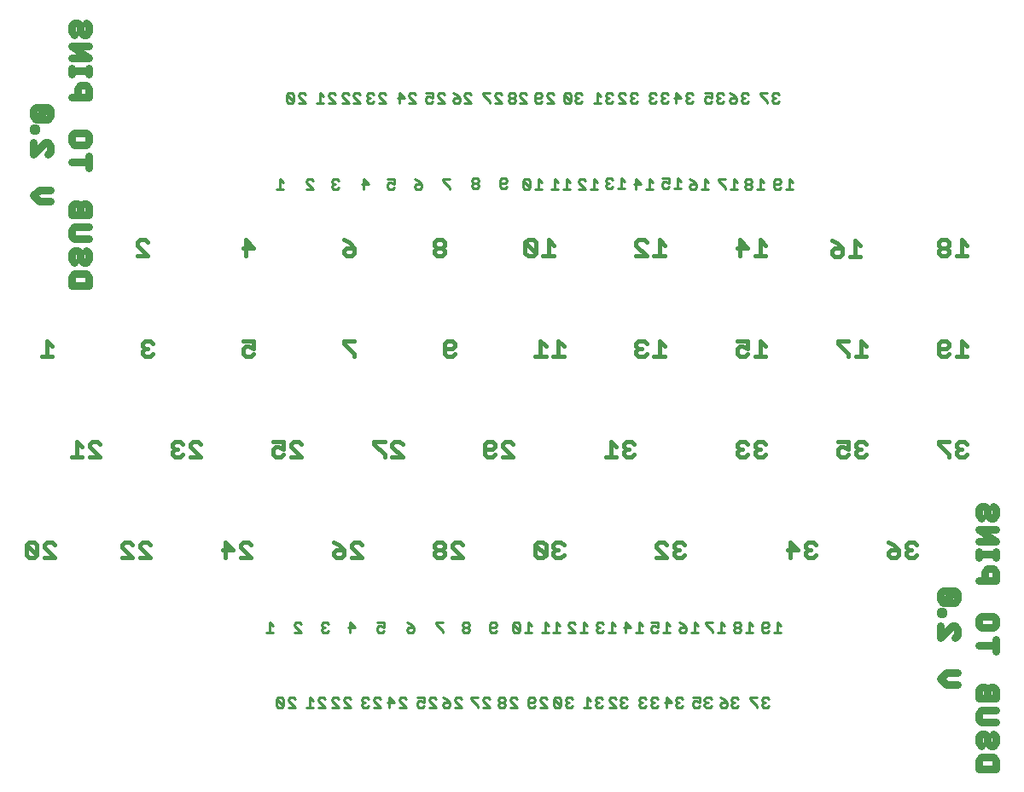
<source format=gbo>
G75*
%MOIN*%
%OFA0B0*%
%FSLAX25Y25*%
%IPPOS*%
%LPD*%
%AMOC8*
5,1,8,0,0,1.08239X$1,22.5*
%
%ADD10C,0.01000*%
%ADD11C,0.01500*%
%ADD12C,0.03100*%
D10*
X0577022Y0082387D02*
X0579691Y0082387D01*
X0578357Y0082387D02*
X0578357Y0086390D01*
X0579691Y0085056D01*
X0588046Y0085056D02*
X0588046Y0085723D01*
X0588713Y0086390D01*
X0590048Y0086390D01*
X0590715Y0085723D01*
X0588046Y0085056D02*
X0590715Y0082387D01*
X0588046Y0082387D01*
X0598676Y0083054D02*
X0599343Y0082387D01*
X0600677Y0082387D01*
X0601345Y0083054D01*
X0600010Y0084388D02*
X0599343Y0084388D01*
X0598676Y0083721D01*
X0598676Y0083054D01*
X0599343Y0084388D02*
X0598676Y0085056D01*
X0598676Y0085723D01*
X0599343Y0086390D01*
X0600677Y0086390D01*
X0601345Y0085723D01*
X0608912Y0084388D02*
X0611581Y0084388D01*
X0609579Y0086390D01*
X0609579Y0082387D01*
X0620329Y0083054D02*
X0620997Y0082387D01*
X0622331Y0082387D01*
X0622998Y0083054D01*
X0622998Y0084388D02*
X0621664Y0085056D01*
X0620997Y0085056D01*
X0620329Y0084388D01*
X0620329Y0083054D01*
X0622998Y0084388D02*
X0622998Y0086390D01*
X0620329Y0086390D01*
X0632140Y0086390D02*
X0633475Y0085723D01*
X0634809Y0084388D01*
X0632808Y0084388D01*
X0632140Y0083721D01*
X0632140Y0083054D01*
X0632808Y0082387D01*
X0634142Y0082387D01*
X0634809Y0083054D01*
X0634809Y0084388D01*
X0643164Y0085723D02*
X0645833Y0083054D01*
X0645833Y0082387D01*
X0645833Y0086390D02*
X0643164Y0086390D01*
X0643164Y0085723D01*
X0653794Y0085723D02*
X0653794Y0085056D01*
X0654461Y0084388D01*
X0655796Y0084388D01*
X0656463Y0085056D01*
X0656463Y0085723D01*
X0655796Y0086390D01*
X0654461Y0086390D01*
X0653794Y0085723D01*
X0654461Y0084388D02*
X0653794Y0083721D01*
X0653794Y0083054D01*
X0654461Y0082387D01*
X0655796Y0082387D01*
X0656463Y0083054D01*
X0656463Y0083721D01*
X0655796Y0084388D01*
X0664424Y0084388D02*
X0666426Y0084388D01*
X0667093Y0085056D01*
X0667093Y0085723D01*
X0666426Y0086390D01*
X0665091Y0086390D01*
X0664424Y0085723D01*
X0664424Y0083054D01*
X0665091Y0082387D01*
X0666426Y0082387D01*
X0667093Y0083054D01*
X0673479Y0083054D02*
X0674146Y0082387D01*
X0675481Y0082387D01*
X0676148Y0083054D01*
X0673479Y0085723D01*
X0673479Y0083054D01*
X0673479Y0085723D02*
X0674146Y0086390D01*
X0675481Y0086390D01*
X0676148Y0085723D01*
X0676148Y0083054D01*
X0678083Y0082387D02*
X0680752Y0082387D01*
X0679417Y0082387D02*
X0679417Y0086390D01*
X0680752Y0085056D01*
X0684503Y0082387D02*
X0687172Y0082387D01*
X0685837Y0082387D02*
X0685837Y0086390D01*
X0687172Y0085056D01*
X0689106Y0082387D02*
X0691775Y0082387D01*
X0690441Y0082387D02*
X0690441Y0086390D01*
X0691775Y0085056D01*
X0695132Y0085056D02*
X0695132Y0085723D01*
X0695800Y0086390D01*
X0697134Y0086390D01*
X0697801Y0085723D01*
X0695132Y0085056D02*
X0697801Y0082387D01*
X0695132Y0082387D01*
X0699736Y0082387D02*
X0702405Y0082387D01*
X0701071Y0082387D02*
X0701071Y0086390D01*
X0702405Y0085056D01*
X0706156Y0085056D02*
X0706823Y0084388D01*
X0706156Y0083721D01*
X0706156Y0083054D01*
X0706823Y0082387D01*
X0708158Y0082387D01*
X0708825Y0083054D01*
X0707491Y0084388D02*
X0706823Y0084388D01*
X0706156Y0085056D02*
X0706156Y0085723D01*
X0706823Y0086390D01*
X0708158Y0086390D01*
X0708825Y0085723D01*
X0712095Y0086390D02*
X0712095Y0082387D01*
X0713429Y0082387D02*
X0710760Y0082387D01*
X0713429Y0085056D02*
X0712095Y0086390D01*
X0716786Y0084388D02*
X0719455Y0084388D01*
X0717453Y0086390D01*
X0717453Y0082387D01*
X0721390Y0082387D02*
X0724059Y0082387D01*
X0722724Y0082387D02*
X0722724Y0086390D01*
X0724059Y0085056D01*
X0727416Y0084388D02*
X0727416Y0083054D01*
X0728083Y0082387D01*
X0729418Y0082387D01*
X0730085Y0083054D01*
X0730085Y0084388D02*
X0728750Y0085056D01*
X0728083Y0085056D01*
X0727416Y0084388D01*
X0727416Y0086390D02*
X0730085Y0086390D01*
X0730085Y0084388D01*
X0732020Y0082387D02*
X0734689Y0082387D01*
X0733354Y0082387D02*
X0733354Y0086390D01*
X0734689Y0085056D01*
X0738440Y0086390D02*
X0739774Y0085723D01*
X0741109Y0084388D01*
X0739107Y0084388D01*
X0738440Y0083721D01*
X0738440Y0083054D01*
X0739107Y0082387D01*
X0740441Y0082387D01*
X0741109Y0083054D01*
X0741109Y0084388D01*
X0743044Y0082387D02*
X0745712Y0082387D01*
X0744378Y0082387D02*
X0744378Y0086390D01*
X0745712Y0085056D01*
X0748676Y0085723D02*
X0751345Y0083054D01*
X0751345Y0082387D01*
X0753280Y0082387D02*
X0755949Y0082387D01*
X0754614Y0082387D02*
X0754614Y0086390D01*
X0755949Y0085056D01*
X0759699Y0085056D02*
X0760367Y0084388D01*
X0761701Y0084388D01*
X0762368Y0085056D01*
X0762368Y0085723D01*
X0761701Y0086390D01*
X0760367Y0086390D01*
X0759699Y0085723D01*
X0759699Y0085056D01*
X0760367Y0084388D02*
X0759699Y0083721D01*
X0759699Y0083054D01*
X0760367Y0082387D01*
X0761701Y0082387D01*
X0762368Y0083054D01*
X0762368Y0083721D01*
X0761701Y0084388D01*
X0764303Y0082387D02*
X0766972Y0082387D01*
X0765638Y0082387D02*
X0765638Y0086390D01*
X0766972Y0085056D01*
X0770723Y0085723D02*
X0770723Y0083054D01*
X0771390Y0082387D01*
X0772725Y0082387D01*
X0773392Y0083054D01*
X0772725Y0084388D02*
X0770723Y0084388D01*
X0770723Y0085723D02*
X0771390Y0086390D01*
X0772725Y0086390D01*
X0773392Y0085723D01*
X0773392Y0085056D01*
X0772725Y0084388D01*
X0775327Y0082387D02*
X0777996Y0082387D01*
X0776661Y0082387D02*
X0776661Y0086390D01*
X0777996Y0085056D01*
X0751345Y0086390D02*
X0748676Y0086390D01*
X0748676Y0085723D01*
X0748829Y0056862D02*
X0748162Y0056195D01*
X0748162Y0055528D01*
X0748829Y0054861D01*
X0748162Y0054194D01*
X0748162Y0053526D01*
X0748829Y0052859D01*
X0750163Y0052859D01*
X0750831Y0053526D01*
X0749496Y0054861D02*
X0748829Y0054861D01*
X0748829Y0056862D02*
X0750163Y0056862D01*
X0750831Y0056195D01*
X0754188Y0056862D02*
X0755522Y0056195D01*
X0756857Y0054861D01*
X0754855Y0054861D01*
X0754188Y0054194D01*
X0754188Y0053526D01*
X0754855Y0052859D01*
X0756189Y0052859D01*
X0756857Y0053526D01*
X0756857Y0054861D01*
X0758792Y0055528D02*
X0759459Y0054861D01*
X0758792Y0054194D01*
X0758792Y0053526D01*
X0759459Y0052859D01*
X0760793Y0052859D01*
X0761460Y0053526D01*
X0760126Y0054861D02*
X0759459Y0054861D01*
X0758792Y0055528D02*
X0758792Y0056195D01*
X0759459Y0056862D01*
X0760793Y0056862D01*
X0761460Y0056195D01*
X0765999Y0056195D02*
X0768668Y0053526D01*
X0768668Y0052859D01*
X0770603Y0053526D02*
X0771270Y0052859D01*
X0772604Y0052859D01*
X0773272Y0053526D01*
X0771937Y0054861D02*
X0771270Y0054861D01*
X0770603Y0054194D01*
X0770603Y0053526D01*
X0771270Y0054861D02*
X0770603Y0055528D01*
X0770603Y0056195D01*
X0771270Y0056862D01*
X0772604Y0056862D01*
X0773272Y0056195D01*
X0768668Y0056862D02*
X0765999Y0056862D01*
X0765999Y0056195D01*
X0746227Y0056862D02*
X0746227Y0054861D01*
X0744892Y0055528D01*
X0744225Y0055528D01*
X0743558Y0054861D01*
X0743558Y0053526D01*
X0744225Y0052859D01*
X0745559Y0052859D01*
X0746227Y0053526D01*
X0746227Y0056862D02*
X0743558Y0056862D01*
X0739807Y0056195D02*
X0739140Y0056862D01*
X0737805Y0056862D01*
X0737138Y0056195D01*
X0737138Y0055528D01*
X0737805Y0054861D01*
X0737138Y0054194D01*
X0737138Y0053526D01*
X0737805Y0052859D01*
X0739140Y0052859D01*
X0739807Y0053526D01*
X0738472Y0054861D02*
X0737805Y0054861D01*
X0735203Y0054861D02*
X0732534Y0054861D01*
X0733201Y0056862D02*
X0735203Y0054861D01*
X0733201Y0056862D02*
X0733201Y0052859D01*
X0729964Y0053526D02*
X0729297Y0052859D01*
X0727963Y0052859D01*
X0727295Y0053526D01*
X0727295Y0054194D01*
X0727963Y0054861D01*
X0728630Y0054861D01*
X0727963Y0054861D02*
X0727295Y0055528D01*
X0727295Y0056195D01*
X0727963Y0056862D01*
X0729297Y0056862D01*
X0729964Y0056195D01*
X0725360Y0056195D02*
X0724693Y0056862D01*
X0723359Y0056862D01*
X0722692Y0056195D01*
X0722692Y0055528D01*
X0723359Y0054861D01*
X0722692Y0054194D01*
X0722692Y0053526D01*
X0723359Y0052859D01*
X0724693Y0052859D01*
X0725360Y0053526D01*
X0724026Y0054861D02*
X0723359Y0054861D01*
X0718153Y0056195D02*
X0717486Y0056862D01*
X0716152Y0056862D01*
X0715484Y0056195D01*
X0715484Y0055528D01*
X0716152Y0054861D01*
X0715484Y0054194D01*
X0715484Y0053526D01*
X0716152Y0052859D01*
X0717486Y0052859D01*
X0718153Y0053526D01*
X0716819Y0054861D02*
X0716152Y0054861D01*
X0713549Y0056195D02*
X0712882Y0056862D01*
X0711548Y0056862D01*
X0710881Y0056195D01*
X0710881Y0055528D01*
X0713549Y0052859D01*
X0710881Y0052859D01*
X0708311Y0053526D02*
X0707644Y0052859D01*
X0706309Y0052859D01*
X0705642Y0053526D01*
X0705642Y0054194D01*
X0706309Y0054861D01*
X0706976Y0054861D01*
X0706309Y0054861D02*
X0705642Y0055528D01*
X0705642Y0056195D01*
X0706309Y0056862D01*
X0707644Y0056862D01*
X0708311Y0056195D01*
X0703707Y0055528D02*
X0702372Y0056862D01*
X0702372Y0052859D01*
X0701038Y0052859D02*
X0703707Y0052859D01*
X0696500Y0053526D02*
X0695833Y0052859D01*
X0694498Y0052859D01*
X0693831Y0053526D01*
X0693831Y0054194D01*
X0694498Y0054861D01*
X0695165Y0054861D01*
X0694498Y0054861D02*
X0693831Y0055528D01*
X0693831Y0056195D01*
X0694498Y0056862D01*
X0695833Y0056862D01*
X0696500Y0056195D01*
X0691896Y0056195D02*
X0691896Y0053526D01*
X0689227Y0056195D01*
X0689227Y0053526D01*
X0689894Y0052859D01*
X0691229Y0052859D01*
X0691896Y0053526D01*
X0691896Y0056195D02*
X0691229Y0056862D01*
X0689894Y0056862D01*
X0689227Y0056195D01*
X0686657Y0056195D02*
X0685990Y0056862D01*
X0684656Y0056862D01*
X0683988Y0056195D01*
X0683988Y0055528D01*
X0686657Y0052859D01*
X0683988Y0052859D01*
X0682053Y0053526D02*
X0681386Y0052859D01*
X0680052Y0052859D01*
X0679384Y0053526D01*
X0679384Y0056195D01*
X0680052Y0056862D01*
X0681386Y0056862D01*
X0682053Y0056195D01*
X0682053Y0055528D01*
X0681386Y0054861D01*
X0679384Y0054861D01*
X0674846Y0056195D02*
X0674179Y0056862D01*
X0672845Y0056862D01*
X0672177Y0056195D01*
X0672177Y0055528D01*
X0674846Y0052859D01*
X0672177Y0052859D01*
X0670242Y0053526D02*
X0670242Y0054194D01*
X0669575Y0054861D01*
X0668241Y0054861D01*
X0667573Y0054194D01*
X0667573Y0053526D01*
X0668241Y0052859D01*
X0669575Y0052859D01*
X0670242Y0053526D01*
X0669575Y0054861D02*
X0670242Y0055528D01*
X0670242Y0056195D01*
X0669575Y0056862D01*
X0668241Y0056862D01*
X0667573Y0056195D01*
X0667573Y0055528D01*
X0668241Y0054861D01*
X0664216Y0056195D02*
X0663549Y0056862D01*
X0662215Y0056862D01*
X0661547Y0056195D01*
X0661547Y0055528D01*
X0664216Y0052859D01*
X0661547Y0052859D01*
X0659612Y0052859D02*
X0659612Y0053526D01*
X0656944Y0056195D01*
X0656944Y0056862D01*
X0659612Y0056862D01*
X0653193Y0056195D02*
X0652526Y0056862D01*
X0651191Y0056862D01*
X0650524Y0056195D01*
X0650524Y0055528D01*
X0653193Y0052859D01*
X0650524Y0052859D01*
X0648589Y0053526D02*
X0648589Y0054861D01*
X0646587Y0054861D01*
X0645920Y0054194D01*
X0645920Y0053526D01*
X0646587Y0052859D01*
X0647922Y0052859D01*
X0648589Y0053526D01*
X0648589Y0054861D02*
X0647254Y0056195D01*
X0645920Y0056862D01*
X0643350Y0056195D02*
X0642683Y0056862D01*
X0641349Y0056862D01*
X0640681Y0056195D01*
X0640681Y0055528D01*
X0643350Y0052859D01*
X0640681Y0052859D01*
X0638746Y0053526D02*
X0638079Y0052859D01*
X0636745Y0052859D01*
X0636077Y0053526D01*
X0636077Y0054861D01*
X0636745Y0055528D01*
X0637412Y0055528D01*
X0638746Y0054861D01*
X0638746Y0056862D01*
X0636077Y0056862D01*
X0631539Y0056195D02*
X0630872Y0056862D01*
X0629538Y0056862D01*
X0628870Y0056195D01*
X0628870Y0055528D01*
X0631539Y0052859D01*
X0628870Y0052859D01*
X0626935Y0054861D02*
X0624266Y0054861D01*
X0624934Y0056862D02*
X0626935Y0054861D01*
X0624934Y0056862D02*
X0624934Y0052859D01*
X0621697Y0052859D02*
X0619028Y0055528D01*
X0619028Y0056195D01*
X0619695Y0056862D01*
X0621029Y0056862D01*
X0621697Y0056195D01*
X0621697Y0052859D02*
X0619028Y0052859D01*
X0617093Y0053526D02*
X0616426Y0052859D01*
X0615091Y0052859D01*
X0614424Y0053526D01*
X0614424Y0054194D01*
X0615091Y0054861D01*
X0615758Y0054861D01*
X0615091Y0054861D02*
X0614424Y0055528D01*
X0614424Y0056195D01*
X0615091Y0056862D01*
X0616426Y0056862D01*
X0617093Y0056195D01*
X0609886Y0056195D02*
X0609218Y0056862D01*
X0607884Y0056862D01*
X0607217Y0056195D01*
X0607217Y0055528D01*
X0609886Y0052859D01*
X0607217Y0052859D01*
X0605282Y0052859D02*
X0602613Y0055528D01*
X0602613Y0056195D01*
X0603280Y0056862D01*
X0604615Y0056862D01*
X0605282Y0056195D01*
X0605282Y0052859D02*
X0602613Y0052859D01*
X0600043Y0052859D02*
X0597374Y0055528D01*
X0597374Y0056195D01*
X0598041Y0056862D01*
X0599376Y0056862D01*
X0600043Y0056195D01*
X0600043Y0052859D02*
X0597374Y0052859D01*
X0595439Y0052859D02*
X0592770Y0052859D01*
X0594105Y0052859D02*
X0594105Y0056862D01*
X0595439Y0055528D01*
X0588232Y0056195D02*
X0587565Y0056862D01*
X0586230Y0056862D01*
X0585563Y0056195D01*
X0585563Y0055528D01*
X0588232Y0052859D01*
X0585563Y0052859D01*
X0583628Y0053526D02*
X0580959Y0056195D01*
X0580959Y0053526D01*
X0581627Y0052859D01*
X0582961Y0052859D01*
X0583628Y0053526D01*
X0583628Y0056195D01*
X0582961Y0056862D01*
X0581627Y0056862D01*
X0580959Y0056195D01*
X0580959Y0255615D02*
X0583628Y0255615D01*
X0582294Y0255615D02*
X0582294Y0259618D01*
X0583628Y0258284D01*
X0592770Y0258284D02*
X0592770Y0258951D01*
X0593438Y0259618D01*
X0594772Y0259618D01*
X0595439Y0258951D01*
X0592770Y0258284D02*
X0595439Y0255615D01*
X0592770Y0255615D01*
X0602613Y0256282D02*
X0603280Y0255615D01*
X0604615Y0255615D01*
X0605282Y0256282D01*
X0603947Y0257617D02*
X0603280Y0257617D01*
X0602613Y0256949D01*
X0602613Y0256282D01*
X0603280Y0257617D02*
X0602613Y0258284D01*
X0602613Y0258951D01*
X0603280Y0259618D01*
X0604615Y0259618D01*
X0605282Y0258951D01*
X0614424Y0257617D02*
X0617093Y0257617D01*
X0615091Y0259618D01*
X0615091Y0255615D01*
X0624266Y0256282D02*
X0624934Y0255615D01*
X0626268Y0255615D01*
X0626935Y0256282D01*
X0626935Y0257617D02*
X0625601Y0258284D01*
X0624934Y0258284D01*
X0624266Y0257617D01*
X0624266Y0256282D01*
X0626935Y0257617D02*
X0626935Y0259618D01*
X0624266Y0259618D01*
X0634896Y0259618D02*
X0636231Y0258951D01*
X0637565Y0257617D01*
X0635563Y0257617D01*
X0634896Y0256949D01*
X0634896Y0256282D01*
X0635563Y0255615D01*
X0636898Y0255615D01*
X0637565Y0256282D01*
X0637565Y0257617D01*
X0645920Y0258951D02*
X0648589Y0256282D01*
X0648589Y0255615D01*
X0648589Y0259618D02*
X0645920Y0259618D01*
X0645920Y0258951D01*
X0657337Y0258678D02*
X0658004Y0258010D01*
X0659339Y0258010D01*
X0660006Y0258678D01*
X0660006Y0259345D01*
X0659339Y0260012D01*
X0658004Y0260012D01*
X0657337Y0259345D01*
X0657337Y0258678D01*
X0658004Y0258010D02*
X0657337Y0257343D01*
X0657337Y0256676D01*
X0658004Y0256009D01*
X0659339Y0256009D01*
X0660006Y0256676D01*
X0660006Y0257343D01*
X0659339Y0258010D01*
X0668361Y0258010D02*
X0670363Y0258010D01*
X0671030Y0258678D01*
X0671030Y0259345D01*
X0670363Y0260012D01*
X0669028Y0260012D01*
X0668361Y0259345D01*
X0668361Y0256676D01*
X0669028Y0256009D01*
X0670363Y0256009D01*
X0671030Y0256676D01*
X0677416Y0256282D02*
X0678083Y0255615D01*
X0679418Y0255615D01*
X0680085Y0256282D01*
X0677416Y0258951D01*
X0677416Y0256282D01*
X0680085Y0256282D02*
X0680085Y0258951D01*
X0679418Y0259618D01*
X0678083Y0259618D01*
X0677416Y0258951D01*
X0682020Y0255615D02*
X0684689Y0255615D01*
X0683354Y0255615D02*
X0683354Y0259618D01*
X0684689Y0258284D01*
X0688440Y0255615D02*
X0691109Y0255615D01*
X0689774Y0255615D02*
X0689774Y0259618D01*
X0691109Y0258284D01*
X0693044Y0255615D02*
X0695712Y0255615D01*
X0694378Y0255615D02*
X0694378Y0259618D01*
X0695712Y0258284D01*
X0699070Y0258284D02*
X0699070Y0258951D01*
X0699737Y0259618D01*
X0701071Y0259618D01*
X0701738Y0258951D01*
X0699070Y0258284D02*
X0701738Y0255615D01*
X0699070Y0255615D01*
X0703673Y0255615D02*
X0706342Y0255615D01*
X0705008Y0255615D02*
X0705008Y0259618D01*
X0706342Y0258284D01*
X0709699Y0258678D02*
X0710367Y0258010D01*
X0709699Y0257343D01*
X0709699Y0256676D01*
X0710367Y0256009D01*
X0711701Y0256009D01*
X0712368Y0256676D01*
X0711034Y0258010D02*
X0710367Y0258010D01*
X0709699Y0258678D02*
X0709699Y0259345D01*
X0710367Y0260012D01*
X0711701Y0260012D01*
X0712368Y0259345D01*
X0715638Y0260012D02*
X0715638Y0256009D01*
X0716972Y0256009D02*
X0714303Y0256009D01*
X0716972Y0258678D02*
X0715638Y0260012D01*
X0720723Y0257617D02*
X0723392Y0257617D01*
X0721390Y0259618D01*
X0721390Y0255615D01*
X0725327Y0255615D02*
X0727996Y0255615D01*
X0726661Y0255615D02*
X0726661Y0259618D01*
X0727996Y0258284D01*
X0731747Y0258010D02*
X0731747Y0256676D01*
X0732414Y0256009D01*
X0733748Y0256009D01*
X0734416Y0256676D01*
X0734416Y0258010D02*
X0733081Y0258678D01*
X0732414Y0258678D01*
X0731747Y0258010D01*
X0731747Y0260012D02*
X0734416Y0260012D01*
X0734416Y0258010D01*
X0736351Y0256009D02*
X0739020Y0256009D01*
X0737685Y0256009D02*
X0737685Y0260012D01*
X0739020Y0258678D01*
X0742377Y0259618D02*
X0743711Y0258951D01*
X0745046Y0257617D01*
X0743044Y0257617D01*
X0742377Y0256949D01*
X0742377Y0256282D01*
X0743044Y0255615D01*
X0744378Y0255615D01*
X0745046Y0256282D01*
X0745046Y0257617D01*
X0746981Y0255615D02*
X0749649Y0255615D01*
X0748315Y0255615D02*
X0748315Y0259618D01*
X0749649Y0258284D01*
X0753794Y0258951D02*
X0756463Y0256282D01*
X0756463Y0255615D01*
X0758398Y0255615D02*
X0761067Y0255615D01*
X0759732Y0255615D02*
X0759732Y0259618D01*
X0761067Y0258284D01*
X0764030Y0258284D02*
X0764697Y0257617D01*
X0766032Y0257617D01*
X0766699Y0258284D01*
X0766699Y0258951D01*
X0766032Y0259618D01*
X0764697Y0259618D01*
X0764030Y0258951D01*
X0764030Y0258284D01*
X0764697Y0257617D02*
X0764030Y0256949D01*
X0764030Y0256282D01*
X0764697Y0255615D01*
X0766032Y0255615D01*
X0766699Y0256282D01*
X0766699Y0256949D01*
X0766032Y0257617D01*
X0768634Y0255615D02*
X0771303Y0255615D01*
X0769969Y0255615D02*
X0769969Y0259618D01*
X0771303Y0258284D01*
X0775447Y0258951D02*
X0776115Y0259618D01*
X0777449Y0259618D01*
X0778116Y0258951D01*
X0778116Y0258284D01*
X0777449Y0257617D01*
X0775447Y0257617D01*
X0775447Y0258951D02*
X0775447Y0256282D01*
X0776115Y0255615D01*
X0777449Y0255615D01*
X0778116Y0256282D01*
X0780051Y0255615D02*
X0782720Y0255615D01*
X0781386Y0255615D02*
X0781386Y0259618D01*
X0782720Y0258284D01*
X0756463Y0259618D02*
X0753794Y0259618D01*
X0753794Y0258951D01*
X0753553Y0289080D02*
X0754888Y0289080D01*
X0755555Y0289747D01*
X0754220Y0291081D02*
X0753553Y0291081D01*
X0752886Y0290414D01*
X0752886Y0289747D01*
X0753553Y0289080D01*
X0753553Y0291081D02*
X0752886Y0291748D01*
X0752886Y0292416D01*
X0753553Y0293083D01*
X0754888Y0293083D01*
X0755555Y0292416D01*
X0758125Y0293083D02*
X0759459Y0292416D01*
X0760794Y0291081D01*
X0758792Y0291081D01*
X0758125Y0290414D01*
X0758125Y0289747D01*
X0758792Y0289080D01*
X0760126Y0289080D01*
X0760794Y0289747D01*
X0760794Y0291081D01*
X0762729Y0290414D02*
X0762729Y0289747D01*
X0763396Y0289080D01*
X0764730Y0289080D01*
X0765397Y0289747D01*
X0764063Y0291081D02*
X0763396Y0291081D01*
X0762729Y0290414D01*
X0763396Y0291081D02*
X0762729Y0291748D01*
X0762729Y0292416D01*
X0763396Y0293083D01*
X0764730Y0293083D01*
X0765397Y0292416D01*
X0769936Y0292416D02*
X0772605Y0289747D01*
X0772605Y0289080D01*
X0774540Y0289747D02*
X0775207Y0289080D01*
X0776541Y0289080D01*
X0777209Y0289747D01*
X0775874Y0291081D02*
X0775207Y0291081D01*
X0774540Y0290414D01*
X0774540Y0289747D01*
X0775207Y0291081D02*
X0774540Y0291748D01*
X0774540Y0292416D01*
X0775207Y0293083D01*
X0776541Y0293083D01*
X0777209Y0292416D01*
X0772605Y0293083D02*
X0769936Y0293083D01*
X0769936Y0292416D01*
X0750951Y0293083D02*
X0750951Y0291081D01*
X0749617Y0291748D01*
X0748949Y0291748D01*
X0748282Y0291081D01*
X0748282Y0289747D01*
X0748949Y0289080D01*
X0750284Y0289080D01*
X0750951Y0289747D01*
X0750951Y0293083D02*
X0748282Y0293083D01*
X0743744Y0292416D02*
X0743077Y0293083D01*
X0741742Y0293083D01*
X0741075Y0292416D01*
X0741075Y0291748D01*
X0741742Y0291081D01*
X0741075Y0290414D01*
X0741075Y0289747D01*
X0741742Y0289080D01*
X0743077Y0289080D01*
X0743744Y0289747D01*
X0742409Y0291081D02*
X0741742Y0291081D01*
X0739140Y0291081D02*
X0736471Y0291081D01*
X0737138Y0289080D02*
X0737138Y0293083D01*
X0739140Y0291081D01*
X0733901Y0289747D02*
X0733234Y0289080D01*
X0731900Y0289080D01*
X0731232Y0289747D01*
X0731232Y0290414D01*
X0731900Y0291081D01*
X0732567Y0291081D01*
X0731900Y0291081D02*
X0731232Y0291748D01*
X0731232Y0292416D01*
X0731900Y0293083D01*
X0733234Y0293083D01*
X0733901Y0292416D01*
X0729298Y0292416D02*
X0728630Y0293083D01*
X0727296Y0293083D01*
X0726629Y0292416D01*
X0726629Y0291748D01*
X0727296Y0291081D01*
X0726629Y0290414D01*
X0726629Y0289747D01*
X0727296Y0289080D01*
X0728630Y0289080D01*
X0729298Y0289747D01*
X0727963Y0291081D02*
X0727296Y0291081D01*
X0722090Y0289747D02*
X0721423Y0289080D01*
X0720089Y0289080D01*
X0719421Y0289747D01*
X0719421Y0290414D01*
X0720089Y0291081D01*
X0720756Y0291081D01*
X0720089Y0291081D02*
X0719421Y0291748D01*
X0719421Y0292416D01*
X0720089Y0293083D01*
X0721423Y0293083D01*
X0722090Y0292416D01*
X0717486Y0292416D02*
X0716819Y0293083D01*
X0715485Y0293083D01*
X0714818Y0292416D01*
X0714818Y0291748D01*
X0717486Y0289080D01*
X0714818Y0289080D01*
X0712248Y0289747D02*
X0711581Y0289080D01*
X0710246Y0289080D01*
X0709579Y0289747D01*
X0709579Y0290414D01*
X0710246Y0291081D01*
X0710913Y0291081D01*
X0710246Y0291081D02*
X0709579Y0291748D01*
X0709579Y0292416D01*
X0710246Y0293083D01*
X0711581Y0293083D01*
X0712248Y0292416D01*
X0707644Y0291748D02*
X0706309Y0293083D01*
X0706309Y0289080D01*
X0704975Y0289080D02*
X0707644Y0289080D01*
X0700437Y0289747D02*
X0699770Y0289080D01*
X0698435Y0289080D01*
X0697768Y0289747D01*
X0697768Y0290414D01*
X0698435Y0291081D01*
X0699102Y0291081D01*
X0698435Y0291081D02*
X0697768Y0291748D01*
X0697768Y0292416D01*
X0698435Y0293083D01*
X0699770Y0293083D01*
X0700437Y0292416D01*
X0695833Y0292416D02*
X0695166Y0293083D01*
X0693831Y0293083D01*
X0693164Y0292416D01*
X0695833Y0289747D01*
X0695166Y0289080D01*
X0693831Y0289080D01*
X0693164Y0289747D01*
X0693164Y0292416D01*
X0695833Y0292416D02*
X0695833Y0289747D01*
X0689413Y0289080D02*
X0686744Y0291748D01*
X0686744Y0292416D01*
X0687412Y0293083D01*
X0688746Y0293083D01*
X0689413Y0292416D01*
X0689413Y0289080D02*
X0686744Y0289080D01*
X0684809Y0289747D02*
X0684142Y0289080D01*
X0682808Y0289080D01*
X0682140Y0289747D01*
X0682140Y0292416D01*
X0682808Y0293083D01*
X0684142Y0293083D01*
X0684809Y0292416D01*
X0684809Y0291748D01*
X0684142Y0291081D01*
X0682140Y0291081D01*
X0678783Y0292416D02*
X0678116Y0293083D01*
X0676782Y0293083D01*
X0676114Y0292416D01*
X0676114Y0291748D01*
X0678783Y0289080D01*
X0676114Y0289080D01*
X0674179Y0289747D02*
X0674179Y0290414D01*
X0673512Y0291081D01*
X0672178Y0291081D01*
X0671510Y0290414D01*
X0671510Y0289747D01*
X0672178Y0289080D01*
X0673512Y0289080D01*
X0674179Y0289747D01*
X0673512Y0291081D02*
X0674179Y0291748D01*
X0674179Y0292416D01*
X0673512Y0293083D01*
X0672178Y0293083D01*
X0671510Y0292416D01*
X0671510Y0291748D01*
X0672178Y0291081D01*
X0668941Y0292416D02*
X0668274Y0293083D01*
X0666939Y0293083D01*
X0666272Y0292416D01*
X0666272Y0291748D01*
X0668941Y0289080D01*
X0666272Y0289080D01*
X0664337Y0289080D02*
X0664337Y0289747D01*
X0661668Y0292416D01*
X0661668Y0293083D01*
X0664337Y0293083D01*
X0657130Y0292416D02*
X0656463Y0293083D01*
X0655128Y0293083D01*
X0654461Y0292416D01*
X0654461Y0291748D01*
X0657130Y0289080D01*
X0654461Y0289080D01*
X0652526Y0289747D02*
X0651859Y0289080D01*
X0650524Y0289080D01*
X0649857Y0289747D01*
X0649857Y0290414D01*
X0650524Y0291081D01*
X0652526Y0291081D01*
X0652526Y0289747D01*
X0652526Y0291081D02*
X0651191Y0292416D01*
X0649857Y0293083D01*
X0646500Y0292416D02*
X0645833Y0293083D01*
X0644498Y0293083D01*
X0643831Y0292416D01*
X0643831Y0291748D01*
X0646500Y0289080D01*
X0643831Y0289080D01*
X0641896Y0289747D02*
X0641229Y0289080D01*
X0639894Y0289080D01*
X0639227Y0289747D01*
X0639227Y0291081D01*
X0639894Y0291748D01*
X0640561Y0291748D01*
X0641896Y0291081D01*
X0641896Y0293083D01*
X0639227Y0293083D01*
X0635476Y0292416D02*
X0634809Y0293083D01*
X0633475Y0293083D01*
X0632807Y0292416D01*
X0632807Y0291748D01*
X0635476Y0289080D01*
X0632807Y0289080D01*
X0630872Y0291081D02*
X0628871Y0293083D01*
X0628871Y0289080D01*
X0628203Y0291081D02*
X0630872Y0291081D01*
X0623665Y0292416D02*
X0622998Y0293083D01*
X0621663Y0293083D01*
X0620996Y0292416D01*
X0620996Y0291748D01*
X0623665Y0289080D01*
X0620996Y0289080D01*
X0619061Y0289747D02*
X0618394Y0289080D01*
X0617060Y0289080D01*
X0616392Y0289747D01*
X0616392Y0290414D01*
X0617060Y0291081D01*
X0617727Y0291081D01*
X0617060Y0291081D02*
X0616392Y0291748D01*
X0616392Y0292416D01*
X0617060Y0293083D01*
X0618394Y0293083D01*
X0619061Y0292416D01*
X0613823Y0292416D02*
X0613155Y0293083D01*
X0611821Y0293083D01*
X0611154Y0292416D01*
X0611154Y0291748D01*
X0613823Y0289080D01*
X0611154Y0289080D01*
X0609219Y0289080D02*
X0606550Y0291748D01*
X0606550Y0292416D01*
X0607217Y0293083D01*
X0608552Y0293083D01*
X0609219Y0292416D01*
X0609219Y0289080D02*
X0606550Y0289080D01*
X0603980Y0289080D02*
X0601311Y0291748D01*
X0601311Y0292416D01*
X0601978Y0293083D01*
X0603313Y0293083D01*
X0603980Y0292416D01*
X0603980Y0289080D02*
X0601311Y0289080D01*
X0599376Y0289080D02*
X0596707Y0289080D01*
X0598042Y0289080D02*
X0598042Y0293083D01*
X0599376Y0291748D01*
X0592169Y0292416D02*
X0591502Y0293083D01*
X0590167Y0293083D01*
X0589500Y0292416D01*
X0589500Y0291748D01*
X0592169Y0289080D01*
X0589500Y0289080D01*
X0587565Y0289747D02*
X0584896Y0292416D01*
X0584896Y0289747D01*
X0585564Y0289080D01*
X0586898Y0289080D01*
X0587565Y0289747D01*
X0587565Y0292416D01*
X0586898Y0293083D01*
X0585564Y0293083D01*
X0584896Y0292416D01*
D11*
X0483277Y0112550D02*
X0484294Y0111533D01*
X0486330Y0111533D01*
X0487347Y0112550D01*
X0483277Y0116620D01*
X0483277Y0112550D01*
X0487347Y0112550D02*
X0487347Y0116620D01*
X0486330Y0117638D01*
X0484294Y0117638D01*
X0483277Y0116620D01*
X0490275Y0116620D02*
X0491292Y0117638D01*
X0493327Y0117638D01*
X0494345Y0116620D01*
X0490275Y0116620D02*
X0490275Y0115603D01*
X0494345Y0111533D01*
X0490275Y0111533D01*
X0520678Y0111533D02*
X0524749Y0111533D01*
X0520678Y0115603D01*
X0520678Y0116620D01*
X0521696Y0117638D01*
X0523731Y0117638D01*
X0524749Y0116620D01*
X0527676Y0116620D02*
X0527676Y0115603D01*
X0531747Y0111533D01*
X0527676Y0111533D01*
X0527676Y0116620D02*
X0528694Y0117638D01*
X0530729Y0117638D01*
X0531747Y0116620D01*
X0560049Y0114585D02*
X0564119Y0114585D01*
X0561066Y0117638D01*
X0561066Y0111533D01*
X0567047Y0111533D02*
X0571117Y0111533D01*
X0567047Y0115603D01*
X0567047Y0116620D01*
X0568064Y0117638D01*
X0570099Y0117638D01*
X0571117Y0116620D01*
X0603356Y0117638D02*
X0605391Y0116620D01*
X0607426Y0114585D01*
X0604373Y0114585D01*
X0603356Y0113568D01*
X0603356Y0112550D01*
X0604373Y0111533D01*
X0606408Y0111533D01*
X0607426Y0112550D01*
X0607426Y0114585D01*
X0610354Y0115603D02*
X0610354Y0116620D01*
X0611371Y0117638D01*
X0613406Y0117638D01*
X0614424Y0116620D01*
X0610354Y0115603D02*
X0614424Y0111533D01*
X0610354Y0111533D01*
X0642726Y0112550D02*
X0643743Y0111533D01*
X0645778Y0111533D01*
X0646796Y0112550D01*
X0646796Y0113568D01*
X0645778Y0114585D01*
X0643743Y0114585D01*
X0642726Y0113568D01*
X0642726Y0112550D01*
X0643743Y0114585D02*
X0642726Y0115603D01*
X0642726Y0116620D01*
X0643743Y0117638D01*
X0645778Y0117638D01*
X0646796Y0116620D01*
X0646796Y0115603D01*
X0645778Y0114585D01*
X0649724Y0115603D02*
X0653794Y0111533D01*
X0649724Y0111533D01*
X0649724Y0115603D02*
X0649724Y0116620D01*
X0650741Y0117638D01*
X0652776Y0117638D01*
X0653794Y0116620D01*
X0682096Y0116620D02*
X0682096Y0112550D01*
X0683113Y0111533D01*
X0685148Y0111533D01*
X0686166Y0112550D01*
X0682096Y0116620D01*
X0683113Y0117638D01*
X0685148Y0117638D01*
X0686166Y0116620D01*
X0686166Y0112550D01*
X0689094Y0112550D02*
X0690111Y0111533D01*
X0692146Y0111533D01*
X0693164Y0112550D01*
X0691129Y0114585D02*
X0690111Y0114585D01*
X0689094Y0113568D01*
X0689094Y0112550D01*
X0690111Y0114585D02*
X0689094Y0115603D01*
X0689094Y0116620D01*
X0690111Y0117638D01*
X0692146Y0117638D01*
X0693164Y0116620D01*
X0729340Y0116620D02*
X0729340Y0115603D01*
X0733410Y0111533D01*
X0729340Y0111533D01*
X0736338Y0112550D02*
X0737355Y0111533D01*
X0739390Y0111533D01*
X0740408Y0112550D01*
X0738373Y0114585D02*
X0737355Y0114585D01*
X0736338Y0113568D01*
X0736338Y0112550D01*
X0737355Y0114585D02*
X0736338Y0115603D01*
X0736338Y0116620D01*
X0737355Y0117638D01*
X0739390Y0117638D01*
X0740408Y0116620D01*
X0733410Y0116620D02*
X0732393Y0117638D01*
X0730357Y0117638D01*
X0729340Y0116620D01*
X0780521Y0114585D02*
X0784591Y0114585D01*
X0781539Y0117638D01*
X0781539Y0111533D01*
X0787519Y0112550D02*
X0788537Y0111533D01*
X0790572Y0111533D01*
X0791589Y0112550D01*
X0789554Y0114585D02*
X0788537Y0114585D01*
X0787519Y0113568D01*
X0787519Y0112550D01*
X0788537Y0114585D02*
X0787519Y0115603D01*
X0787519Y0116620D01*
X0788537Y0117638D01*
X0790572Y0117638D01*
X0791589Y0116620D01*
X0819891Y0117638D02*
X0821926Y0116620D01*
X0823961Y0114585D01*
X0820909Y0114585D01*
X0819891Y0113568D01*
X0819891Y0112550D01*
X0820909Y0111533D01*
X0822944Y0111533D01*
X0823961Y0112550D01*
X0823961Y0114585D01*
X0826889Y0113568D02*
X0826889Y0112550D01*
X0827907Y0111533D01*
X0829942Y0111533D01*
X0830959Y0112550D01*
X0828924Y0114585D02*
X0827907Y0114585D01*
X0826889Y0113568D01*
X0827907Y0114585D02*
X0826889Y0115603D01*
X0826889Y0116620D01*
X0827907Y0117638D01*
X0829942Y0117638D01*
X0830959Y0116620D01*
X0843646Y0150903D02*
X0843646Y0151920D01*
X0839576Y0155990D01*
X0839576Y0157008D01*
X0843646Y0157008D01*
X0846574Y0155990D02*
X0847592Y0157008D01*
X0849627Y0157008D01*
X0850644Y0155990D01*
X0848609Y0153955D02*
X0847592Y0153955D01*
X0846574Y0152938D01*
X0846574Y0151920D01*
X0847592Y0150903D01*
X0849627Y0150903D01*
X0850644Y0151920D01*
X0847592Y0153955D02*
X0846574Y0154973D01*
X0846574Y0155990D01*
X0811274Y0155990D02*
X0810257Y0157008D01*
X0808222Y0157008D01*
X0807204Y0155990D01*
X0807204Y0154973D01*
X0808222Y0153955D01*
X0807204Y0152938D01*
X0807204Y0151920D01*
X0808222Y0150903D01*
X0810257Y0150903D01*
X0811274Y0151920D01*
X0809239Y0153955D02*
X0808222Y0153955D01*
X0804276Y0153955D02*
X0804276Y0157008D01*
X0800206Y0157008D01*
X0801224Y0154973D02*
X0800206Y0153955D01*
X0800206Y0151920D01*
X0801224Y0150903D01*
X0803259Y0150903D01*
X0804276Y0151920D01*
X0804276Y0153955D02*
X0802241Y0154973D01*
X0801224Y0154973D01*
X0771904Y0155990D02*
X0770887Y0157008D01*
X0768851Y0157008D01*
X0767834Y0155990D01*
X0767834Y0154973D01*
X0768851Y0153955D01*
X0767834Y0152938D01*
X0767834Y0151920D01*
X0768851Y0150903D01*
X0770887Y0150903D01*
X0771904Y0151920D01*
X0769869Y0153955D02*
X0768851Y0153955D01*
X0764906Y0151920D02*
X0763889Y0150903D01*
X0761854Y0150903D01*
X0760836Y0151920D01*
X0760836Y0152938D01*
X0761854Y0153955D01*
X0762871Y0153955D01*
X0761854Y0153955D02*
X0760836Y0154973D01*
X0760836Y0155990D01*
X0761854Y0157008D01*
X0763889Y0157008D01*
X0764906Y0155990D01*
X0720723Y0155990D02*
X0719705Y0157008D01*
X0717670Y0157008D01*
X0716653Y0155990D01*
X0716653Y0154973D01*
X0717670Y0153955D01*
X0716653Y0152938D01*
X0716653Y0151920D01*
X0717670Y0150903D01*
X0719705Y0150903D01*
X0720723Y0151920D01*
X0718688Y0153955D02*
X0717670Y0153955D01*
X0713725Y0154973D02*
X0711690Y0157008D01*
X0711690Y0150903D01*
X0713725Y0150903D02*
X0709655Y0150903D01*
X0673479Y0150903D02*
X0669409Y0154973D01*
X0669409Y0155990D01*
X0670426Y0157008D01*
X0672461Y0157008D01*
X0673479Y0155990D01*
X0673479Y0150903D02*
X0669409Y0150903D01*
X0666481Y0151920D02*
X0665463Y0150903D01*
X0663428Y0150903D01*
X0662411Y0151920D01*
X0662411Y0155990D01*
X0663428Y0157008D01*
X0665463Y0157008D01*
X0666481Y0155990D01*
X0666481Y0154973D01*
X0665463Y0153955D01*
X0662411Y0153955D01*
X0630172Y0155990D02*
X0629154Y0157008D01*
X0627119Y0157008D01*
X0626102Y0155990D01*
X0626102Y0154973D01*
X0630172Y0150903D01*
X0626102Y0150903D01*
X0623174Y0150903D02*
X0623174Y0151920D01*
X0619104Y0155990D01*
X0619104Y0157008D01*
X0623174Y0157008D01*
X0590802Y0155990D02*
X0589784Y0157008D01*
X0587749Y0157008D01*
X0586732Y0155990D01*
X0586732Y0154973D01*
X0590802Y0150903D01*
X0586732Y0150903D01*
X0583804Y0151920D02*
X0582786Y0150903D01*
X0580751Y0150903D01*
X0579734Y0151920D01*
X0579734Y0153955D01*
X0580751Y0154973D01*
X0581769Y0154973D01*
X0583804Y0153955D01*
X0583804Y0157008D01*
X0579734Y0157008D01*
X0551432Y0155990D02*
X0550414Y0157008D01*
X0548379Y0157008D01*
X0547362Y0155990D01*
X0547362Y0154973D01*
X0551432Y0150903D01*
X0547362Y0150903D01*
X0544434Y0151920D02*
X0543416Y0150903D01*
X0541381Y0150903D01*
X0540364Y0151920D01*
X0540364Y0152938D01*
X0541381Y0153955D01*
X0542399Y0153955D01*
X0541381Y0153955D02*
X0540364Y0154973D01*
X0540364Y0155990D01*
X0541381Y0157008D01*
X0543416Y0157008D01*
X0544434Y0155990D01*
X0512062Y0155990D02*
X0511044Y0157008D01*
X0509009Y0157008D01*
X0507991Y0155990D01*
X0507991Y0154973D01*
X0512062Y0150903D01*
X0507991Y0150903D01*
X0505064Y0150903D02*
X0500993Y0150903D01*
X0503029Y0150903D02*
X0503029Y0157008D01*
X0505064Y0154973D01*
X0493253Y0190273D02*
X0489182Y0190273D01*
X0491217Y0190273D02*
X0491217Y0196378D01*
X0493253Y0194343D01*
X0528552Y0194343D02*
X0529570Y0193325D01*
X0528552Y0192308D01*
X0528552Y0191290D01*
X0529570Y0190273D01*
X0531605Y0190273D01*
X0532623Y0191290D01*
X0530588Y0193325D02*
X0529570Y0193325D01*
X0528552Y0194343D02*
X0528552Y0195361D01*
X0529570Y0196378D01*
X0531605Y0196378D01*
X0532623Y0195361D01*
X0567923Y0196378D02*
X0571993Y0196378D01*
X0571993Y0193325D01*
X0569958Y0194343D01*
X0568940Y0194343D01*
X0567923Y0193325D01*
X0567923Y0191290D01*
X0568940Y0190273D01*
X0570975Y0190273D01*
X0571993Y0191290D01*
X0607293Y0195361D02*
X0611363Y0191290D01*
X0611363Y0190273D01*
X0611363Y0196378D02*
X0607293Y0196378D01*
X0607293Y0195361D01*
X0646663Y0195361D02*
X0646663Y0191290D01*
X0647680Y0190273D01*
X0649715Y0190273D01*
X0650733Y0191290D01*
X0649715Y0193325D02*
X0646663Y0193325D01*
X0646663Y0195361D02*
X0647680Y0196378D01*
X0649715Y0196378D01*
X0650733Y0195361D01*
X0650733Y0194343D01*
X0649715Y0193325D01*
X0682096Y0190273D02*
X0686166Y0190273D01*
X0684131Y0190273D02*
X0684131Y0196378D01*
X0686166Y0194343D01*
X0689094Y0190273D02*
X0693164Y0190273D01*
X0691129Y0190273D02*
X0691129Y0196378D01*
X0693164Y0194343D01*
X0721466Y0194343D02*
X0722483Y0193325D01*
X0721466Y0192308D01*
X0721466Y0191290D01*
X0722483Y0190273D01*
X0724519Y0190273D01*
X0725536Y0191290D01*
X0723501Y0193325D02*
X0722483Y0193325D01*
X0721466Y0194343D02*
X0721466Y0195361D01*
X0722483Y0196378D01*
X0724519Y0196378D01*
X0725536Y0195361D01*
X0730499Y0196378D02*
X0730499Y0190273D01*
X0732534Y0190273D02*
X0728464Y0190273D01*
X0732534Y0194343D02*
X0730499Y0196378D01*
X0760836Y0196378D02*
X0764906Y0196378D01*
X0764906Y0193325D01*
X0762871Y0194343D01*
X0761854Y0194343D01*
X0760836Y0193325D01*
X0760836Y0191290D01*
X0761854Y0190273D01*
X0763889Y0190273D01*
X0764906Y0191290D01*
X0767834Y0190273D02*
X0771904Y0190273D01*
X0769869Y0190273D02*
X0769869Y0196378D01*
X0771904Y0194343D01*
X0800206Y0195361D02*
X0804276Y0191290D01*
X0804276Y0190273D01*
X0807204Y0190273D02*
X0811274Y0190273D01*
X0809239Y0190273D02*
X0809239Y0196378D01*
X0811274Y0194343D01*
X0804276Y0196378D02*
X0800206Y0196378D01*
X0800206Y0195361D01*
X0839576Y0195361D02*
X0839576Y0191290D01*
X0840594Y0190273D01*
X0842629Y0190273D01*
X0843646Y0191290D01*
X0842629Y0193325D02*
X0839576Y0193325D01*
X0839576Y0195361D02*
X0840594Y0196378D01*
X0842629Y0196378D01*
X0843646Y0195361D01*
X0843646Y0194343D01*
X0842629Y0193325D01*
X0846574Y0190273D02*
X0850644Y0190273D01*
X0848609Y0190273D02*
X0848609Y0196378D01*
X0850644Y0194343D01*
X0850644Y0229643D02*
X0846574Y0229643D01*
X0848609Y0229643D02*
X0848609Y0235748D01*
X0850644Y0233713D01*
X0843646Y0233713D02*
X0842629Y0232696D01*
X0840594Y0232696D01*
X0839576Y0231678D01*
X0839576Y0230660D01*
X0840594Y0229643D01*
X0842629Y0229643D01*
X0843646Y0230660D01*
X0843646Y0231678D01*
X0842629Y0232696D01*
X0843646Y0233713D02*
X0843646Y0234731D01*
X0842629Y0235748D01*
X0840594Y0235748D01*
X0839576Y0234731D01*
X0839576Y0233713D01*
X0840594Y0232696D01*
X0809089Y0233439D02*
X0807054Y0235474D01*
X0807054Y0229369D01*
X0809089Y0229369D02*
X0805019Y0229369D01*
X0802091Y0230386D02*
X0801074Y0229369D01*
X0799039Y0229369D01*
X0798021Y0230386D01*
X0798021Y0231404D01*
X0799039Y0232422D01*
X0802091Y0232422D01*
X0802091Y0230386D01*
X0802091Y0232422D02*
X0800056Y0234457D01*
X0798021Y0235474D01*
X0771904Y0233713D02*
X0769869Y0235748D01*
X0769869Y0229643D01*
X0771904Y0229643D02*
X0767834Y0229643D01*
X0764906Y0232696D02*
X0760836Y0232696D01*
X0761854Y0235748D02*
X0761854Y0229643D01*
X0764906Y0232696D02*
X0761854Y0235748D01*
X0732534Y0233713D02*
X0730499Y0235748D01*
X0730499Y0229643D01*
X0732534Y0229643D02*
X0728464Y0229643D01*
X0725536Y0229643D02*
X0721466Y0233713D01*
X0721466Y0234731D01*
X0722483Y0235748D01*
X0724519Y0235748D01*
X0725536Y0234731D01*
X0725536Y0229643D02*
X0721466Y0229643D01*
X0689227Y0229643D02*
X0685157Y0229643D01*
X0687192Y0229643D02*
X0687192Y0235748D01*
X0689227Y0233713D01*
X0682229Y0234731D02*
X0682229Y0230660D01*
X0678159Y0234731D01*
X0678159Y0230660D01*
X0679176Y0229643D01*
X0681211Y0229643D01*
X0682229Y0230660D01*
X0682229Y0234731D02*
X0681211Y0235748D01*
X0679176Y0235748D01*
X0678159Y0234731D01*
X0646796Y0234731D02*
X0646796Y0233713D01*
X0645778Y0232696D01*
X0643743Y0232696D01*
X0642726Y0231678D01*
X0642726Y0230660D01*
X0643743Y0229643D01*
X0645778Y0229643D01*
X0646796Y0230660D01*
X0646796Y0231678D01*
X0645778Y0232696D01*
X0643743Y0232696D02*
X0642726Y0233713D01*
X0642726Y0234731D01*
X0643743Y0235748D01*
X0645778Y0235748D01*
X0646796Y0234731D01*
X0611363Y0232696D02*
X0608310Y0232696D01*
X0607293Y0231678D01*
X0607293Y0230660D01*
X0608310Y0229643D01*
X0610345Y0229643D01*
X0611363Y0230660D01*
X0611363Y0232696D01*
X0609328Y0234731D01*
X0607293Y0235748D01*
X0571993Y0232696D02*
X0567923Y0232696D01*
X0568940Y0235748D02*
X0568940Y0229643D01*
X0571993Y0232696D02*
X0568940Y0235748D01*
X0530654Y0234731D02*
X0529637Y0235748D01*
X0527602Y0235748D01*
X0526584Y0234731D01*
X0526584Y0233713D01*
X0530654Y0229643D01*
X0526584Y0229643D01*
D12*
X0507803Y0230456D02*
X0507803Y0228154D01*
X0506652Y0227003D01*
X0505501Y0227003D01*
X0504350Y0228154D01*
X0504350Y0230456D01*
X0503199Y0231607D01*
X0502048Y0231607D01*
X0500897Y0230456D01*
X0500897Y0228154D01*
X0502048Y0227003D01*
X0502048Y0222399D02*
X0506652Y0222399D01*
X0507803Y0221248D01*
X0507803Y0217795D01*
X0500897Y0217795D01*
X0500897Y0221248D01*
X0502048Y0222399D01*
X0507803Y0230456D02*
X0506652Y0231607D01*
X0507803Y0236211D02*
X0502048Y0236211D01*
X0500897Y0237362D01*
X0500897Y0239664D01*
X0502048Y0240815D01*
X0507803Y0240815D01*
X0507803Y0245418D02*
X0507803Y0248871D01*
X0506652Y0250022D01*
X0505501Y0250022D01*
X0504350Y0248871D01*
X0504350Y0245418D01*
X0500897Y0245418D02*
X0500897Y0248871D01*
X0502048Y0250022D01*
X0503199Y0250022D01*
X0504350Y0248871D01*
X0500897Y0245418D02*
X0507803Y0245418D01*
X0492803Y0250790D02*
X0488199Y0250790D01*
X0485897Y0253092D01*
X0488199Y0255394D01*
X0492803Y0255394D01*
X0507803Y0263834D02*
X0507803Y0268438D01*
X0507803Y0266136D02*
X0500897Y0266136D01*
X0502048Y0273042D02*
X0500897Y0274193D01*
X0500897Y0276495D01*
X0502048Y0277646D01*
X0506652Y0277646D01*
X0507803Y0276495D01*
X0507803Y0274193D01*
X0506652Y0273042D01*
X0502048Y0273042D01*
X0492803Y0272658D02*
X0491652Y0273809D01*
X0490501Y0273809D01*
X0485897Y0269205D01*
X0485897Y0273809D01*
X0485897Y0278413D02*
X0485897Y0279564D01*
X0487048Y0279564D01*
X0487048Y0278413D01*
X0485897Y0278413D01*
X0487048Y0283017D02*
X0491652Y0287621D01*
X0487048Y0287621D01*
X0485897Y0286470D01*
X0485897Y0284168D01*
X0487048Y0283017D01*
X0491652Y0283017D01*
X0492803Y0284168D01*
X0492803Y0286470D01*
X0491652Y0287621D01*
X0500897Y0291458D02*
X0507803Y0291458D01*
X0507803Y0294911D01*
X0506652Y0296062D01*
X0504350Y0296062D01*
X0503199Y0294911D01*
X0503199Y0291458D01*
X0500897Y0300666D02*
X0500897Y0302968D01*
X0500897Y0301817D02*
X0507803Y0301817D01*
X0507803Y0300666D02*
X0507803Y0302968D01*
X0507803Y0306804D02*
X0500897Y0311408D01*
X0507803Y0311408D01*
X0507803Y0306804D02*
X0500897Y0306804D01*
X0502048Y0316012D02*
X0500897Y0317163D01*
X0500897Y0319465D01*
X0502048Y0320616D01*
X0503199Y0320616D01*
X0504350Y0319465D01*
X0504350Y0317163D01*
X0505501Y0316012D01*
X0506652Y0316012D01*
X0507803Y0317163D01*
X0507803Y0319465D01*
X0506652Y0320616D01*
X0492803Y0272658D02*
X0492803Y0270356D01*
X0491652Y0269205D01*
X0840228Y0097494D02*
X0840228Y0095192D01*
X0841379Y0094041D01*
X0845983Y0098645D01*
X0841379Y0098645D01*
X0840228Y0097494D01*
X0841379Y0094041D02*
X0845983Y0094041D01*
X0847134Y0095192D01*
X0847134Y0097494D01*
X0845983Y0098645D01*
X0855228Y0102481D02*
X0862134Y0102481D01*
X0862134Y0105934D01*
X0860983Y0107085D01*
X0858681Y0107085D01*
X0857530Y0105934D01*
X0857530Y0102481D01*
X0855228Y0111689D02*
X0855228Y0113991D01*
X0855228Y0112840D02*
X0862134Y0112840D01*
X0862134Y0111689D02*
X0862134Y0113991D01*
X0862134Y0117828D02*
X0855228Y0117828D01*
X0855228Y0122432D02*
X0862134Y0122432D01*
X0862134Y0117828D02*
X0855228Y0122432D01*
X0856379Y0127036D02*
X0855228Y0128187D01*
X0855228Y0130489D01*
X0856379Y0131640D01*
X0857530Y0131640D01*
X0858681Y0130489D01*
X0858681Y0128187D01*
X0859832Y0127036D01*
X0860983Y0127036D01*
X0862134Y0128187D01*
X0862134Y0130489D01*
X0860983Y0131640D01*
X0841379Y0090588D02*
X0840228Y0090588D01*
X0840228Y0089437D01*
X0841379Y0089437D01*
X0841379Y0090588D01*
X0840228Y0084833D02*
X0840228Y0080229D01*
X0844832Y0084833D01*
X0845983Y0084833D01*
X0847134Y0083682D01*
X0847134Y0081380D01*
X0845983Y0080229D01*
X0855228Y0077160D02*
X0862134Y0077160D01*
X0862134Y0074858D02*
X0862134Y0079462D01*
X0860983Y0084066D02*
X0856379Y0084066D01*
X0855228Y0085217D01*
X0855228Y0087519D01*
X0856379Y0088670D01*
X0860983Y0088670D01*
X0862134Y0087519D01*
X0862134Y0085217D01*
X0860983Y0084066D01*
X0847134Y0066417D02*
X0842530Y0066417D01*
X0840228Y0064115D01*
X0842530Y0061813D01*
X0847134Y0061813D01*
X0855228Y0059895D02*
X0855228Y0056442D01*
X0862134Y0056442D01*
X0862134Y0059895D01*
X0860983Y0061046D01*
X0859832Y0061046D01*
X0858681Y0059895D01*
X0858681Y0056442D01*
X0858681Y0059895D02*
X0857530Y0061046D01*
X0856379Y0061046D01*
X0855228Y0059895D01*
X0856379Y0051838D02*
X0862134Y0051838D01*
X0862134Y0047234D02*
X0856379Y0047234D01*
X0855228Y0048385D01*
X0855228Y0050687D01*
X0856379Y0051838D01*
X0856379Y0042630D02*
X0855228Y0041479D01*
X0855228Y0039177D01*
X0856379Y0038026D01*
X0858681Y0039177D02*
X0858681Y0041479D01*
X0857530Y0042630D01*
X0856379Y0042630D01*
X0858681Y0039177D02*
X0859832Y0038026D01*
X0860983Y0038026D01*
X0862134Y0039177D01*
X0862134Y0041479D01*
X0860983Y0042630D01*
X0860983Y0033422D02*
X0856379Y0033422D01*
X0855228Y0032271D01*
X0855228Y0028819D01*
X0862134Y0028819D01*
X0862134Y0032271D01*
X0860983Y0033422D01*
M02*

</source>
